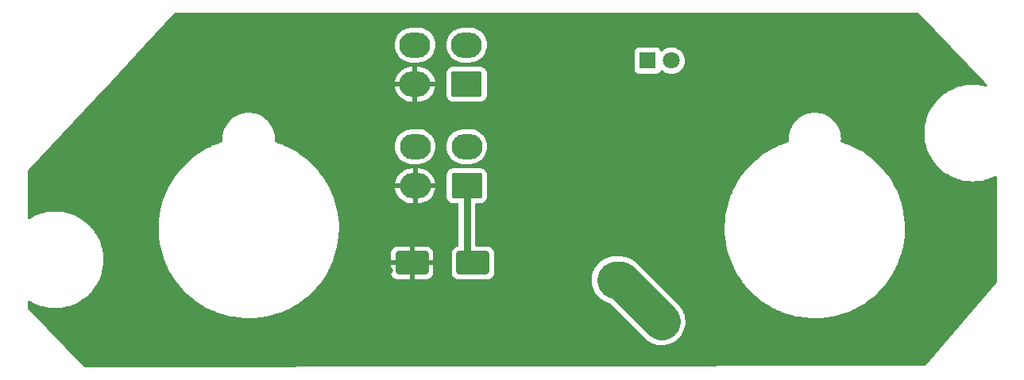
<source format=gbr>
%TF.GenerationSoftware,KiCad,Pcbnew,(6.0.9)*%
%TF.CreationDate,2022-12-26T18:29:37-09:00*%
%TF.ProjectId,PCB_ HYD ISO PANEL,5043422c-2048-4594-9420-49534f205041,rev?*%
%TF.SameCoordinates,Original*%
%TF.FileFunction,Copper,L2,Bot*%
%TF.FilePolarity,Positive*%
%FSLAX46Y46*%
G04 Gerber Fmt 4.6, Leading zero omitted, Abs format (unit mm)*
G04 Created by KiCad (PCBNEW (6.0.9)) date 2022-12-26 18:29:37*
%MOMM*%
%LPD*%
G01*
G04 APERTURE LIST*
G04 Aperture macros list*
%AMRoundRect*
0 Rectangle with rounded corners*
0 $1 Rounding radius*
0 $2 $3 $4 $5 $6 $7 $8 $9 X,Y pos of 4 corners*
0 Add a 4 corners polygon primitive as box body*
4,1,4,$2,$3,$4,$5,$6,$7,$8,$9,$2,$3,0*
0 Add four circle primitives for the rounded corners*
1,1,$1+$1,$2,$3*
1,1,$1+$1,$4,$5*
1,1,$1+$1,$6,$7*
1,1,$1+$1,$8,$9*
0 Add four rect primitives between the rounded corners*
20,1,$1+$1,$2,$3,$4,$5,0*
20,1,$1+$1,$4,$5,$6,$7,0*
20,1,$1+$1,$6,$7,$8,$9,0*
20,1,$1+$1,$8,$9,$2,$3,0*%
G04 Aperture macros list end*
%TA.AperFunction,ComponentPad*%
%ADD10RoundRect,0.250001X1.399999X-1.099999X1.399999X1.099999X-1.399999X1.099999X-1.399999X-1.099999X0*%
%TD*%
%TA.AperFunction,ComponentPad*%
%ADD11O,3.300000X2.700000*%
%TD*%
%TA.AperFunction,ComponentPad*%
%ADD12R,1.800000X1.800000*%
%TD*%
%TA.AperFunction,ComponentPad*%
%ADD13C,1.800000*%
%TD*%
%TA.AperFunction,SMDPad,CuDef*%
%ADD14RoundRect,0.250000X1.500000X1.000000X-1.500000X1.000000X-1.500000X-1.000000X1.500000X-1.000000X0*%
%TD*%
%TA.AperFunction,ViaPad*%
%ADD15C,0.800000*%
%TD*%
%TA.AperFunction,Conductor*%
%ADD16C,4.000000*%
%TD*%
%TA.AperFunction,Conductor*%
%ADD17C,0.750000*%
%TD*%
G04 APERTURE END LIST*
D10*
%TO.P,J2,1,Pin_1*%
%TO.N,/LED+5V*%
X114985800Y-79364840D03*
D11*
%TO.P,J2,2,Pin_2*%
X114985800Y-75164840D03*
%TO.P,J2,3,Pin_3*%
%TO.N,/LEDGND*%
X109485800Y-79364840D03*
%TO.P,J2,4,Pin_4*%
%TO.N,/DATAOUT*%
X109485800Y-75164840D03*
%TD*%
D10*
%TO.P,J1,1,Pin_1*%
%TO.N,/LED+5V*%
X114968920Y-68520420D03*
D11*
%TO.P,J1,2,Pin_2*%
X114968920Y-64320420D03*
%TO.P,J1,3,Pin_3*%
%TO.N,/LEDGND*%
X109468920Y-68520420D03*
%TO.P,J1,4,Pin_4*%
%TO.N,/DATAIN*%
X109468920Y-64320420D03*
%TD*%
D12*
%TO.P,D25,1,K*%
%TO.N,Net-(D25-Pad1)*%
X134260000Y-66000000D03*
D13*
%TO.P,D25,2,A*%
%TO.N,/LED+5V*%
X136800000Y-66000000D03*
%TD*%
D14*
%TO.P,C1,1*%
%TO.N,/LED+5V*%
X115642460Y-87591900D03*
%TO.P,C1,2*%
%TO.N,/LEDGND*%
X109142460Y-87591900D03*
%TD*%
D15*
%TO.N,/LEDGND*%
X130647440Y-64582040D03*
X166463980Y-83027520D03*
X161949612Y-74725388D03*
X96400620Y-69791580D03*
X106715560Y-88389460D03*
X165801440Y-90322000D03*
X126156720Y-96791780D03*
X83830160Y-91241880D03*
X126588520Y-67663060D03*
X142709900Y-71915020D03*
X161334546Y-94606206D03*
X89052400Y-97160080D03*
X155640859Y-97493001D03*
X144975580Y-92483940D03*
X101711760Y-75478640D03*
X123045220Y-88038940D03*
X81917540Y-76962611D03*
X156748480Y-69166740D03*
X106550660Y-81559200D03*
X123022360Y-78564740D03*
X142723340Y-78051660D03*
X100378460Y-96415660D03*
%TO.N,/LED+5V*%
X130810000Y-89408000D03*
X135255000Y-93345000D03*
X135763000Y-93853000D03*
X131826000Y-90424000D03*
X134747000Y-92837000D03*
X131318000Y-89916000D03*
%TD*%
D16*
%TO.N,/LED+5V*%
X130810000Y-89408000D02*
X131318000Y-89408000D01*
X131318000Y-89408000D02*
X135763000Y-93853000D01*
D17*
X114985800Y-86935240D02*
X115642460Y-87591900D01*
X114985800Y-79364840D02*
X114985800Y-86935240D01*
%TD*%
%TA.AperFunction,Conductor*%
%TO.N,/LEDGND*%
G36*
X163067969Y-60878902D02*
G01*
X163090954Y-60897862D01*
X170130190Y-68266420D01*
X170400068Y-68548924D01*
X170432660Y-68611997D01*
X170425979Y-68682679D01*
X170382144Y-68738527D01*
X170315074Y-68761812D01*
X170271073Y-68756129D01*
X170269619Y-68755671D01*
X170235462Y-68744901D01*
X169954798Y-68682679D01*
X169799058Y-68648152D01*
X169799055Y-68648151D01*
X169796360Y-68647554D01*
X169793630Y-68647195D01*
X169793621Y-68647193D01*
X169573402Y-68618201D01*
X169350444Y-68588848D01*
X169081653Y-68577113D01*
X169018061Y-68574336D01*
X169018056Y-68574336D01*
X169016684Y-68574276D01*
X168785534Y-68574276D01*
X168784162Y-68574336D01*
X168784157Y-68574336D01*
X168720565Y-68577113D01*
X168451774Y-68588848D01*
X168228816Y-68618201D01*
X168008597Y-68647193D01*
X168008588Y-68647195D01*
X168005858Y-68647554D01*
X168003163Y-68648151D01*
X168003160Y-68648152D01*
X167847420Y-68682679D01*
X167566756Y-68744901D01*
X167564139Y-68745726D01*
X167564132Y-68745728D01*
X167430164Y-68787968D01*
X167137808Y-68880147D01*
X166722281Y-69052265D01*
X166323336Y-69259942D01*
X166261379Y-69299413D01*
X165952029Y-69496491D01*
X165944009Y-69501600D01*
X165941841Y-69503264D01*
X165941829Y-69503272D01*
X165594580Y-69769727D01*
X165587188Y-69775399D01*
X165585160Y-69777257D01*
X165585152Y-69777264D01*
X165404110Y-69943158D01*
X165255587Y-70079254D01*
X165253736Y-70081274D01*
X164953597Y-70408819D01*
X164953590Y-70408827D01*
X164951732Y-70410855D01*
X164950050Y-70413047D01*
X164679605Y-70765496D01*
X164679597Y-70765508D01*
X164677933Y-70767676D01*
X164436275Y-71147003D01*
X164228598Y-71545948D01*
X164056480Y-71961475D01*
X163921234Y-72390423D01*
X163920639Y-72393107D01*
X163837128Y-72769801D01*
X163823887Y-72829525D01*
X163765181Y-73275441D01*
X163745563Y-73724776D01*
X163765181Y-74174111D01*
X163765542Y-74176850D01*
X163822470Y-74609261D01*
X163823887Y-74620027D01*
X163824484Y-74622722D01*
X163824485Y-74622725D01*
X163876783Y-74858623D01*
X163921234Y-75059129D01*
X163922059Y-75061746D01*
X163922061Y-75061753D01*
X163966454Y-75202548D01*
X164056480Y-75488077D01*
X164228598Y-75903604D01*
X164436275Y-76302549D01*
X164677933Y-76681876D01*
X164679597Y-76684044D01*
X164679605Y-76684056D01*
X164939888Y-77023262D01*
X164951732Y-77038697D01*
X164953590Y-77040725D01*
X164953597Y-77040733D01*
X165198413Y-77307903D01*
X165255587Y-77370298D01*
X165257607Y-77372149D01*
X165585152Y-77672288D01*
X165585160Y-77672295D01*
X165587188Y-77674153D01*
X165589380Y-77675835D01*
X165941829Y-77946280D01*
X165941841Y-77946288D01*
X165944009Y-77947952D01*
X166323336Y-78189610D01*
X166722281Y-78397287D01*
X167137808Y-78569405D01*
X167411171Y-78655596D01*
X167564132Y-78703824D01*
X167564139Y-78703826D01*
X167566756Y-78704651D01*
X167569441Y-78705246D01*
X167569440Y-78705246D01*
X168003160Y-78801400D01*
X168003163Y-78801401D01*
X168005858Y-78801998D01*
X168008588Y-78802357D01*
X168008597Y-78802359D01*
X168228816Y-78831351D01*
X168451774Y-78860704D01*
X168720565Y-78872439D01*
X168784157Y-78875216D01*
X168784162Y-78875216D01*
X168785534Y-78875276D01*
X169016684Y-78875276D01*
X169018056Y-78875216D01*
X169018061Y-78875216D01*
X169081653Y-78872439D01*
X169350444Y-78860704D01*
X169573402Y-78831351D01*
X169793621Y-78802359D01*
X169793630Y-78802357D01*
X169796360Y-78801998D01*
X169799055Y-78801401D01*
X169799058Y-78801400D01*
X170232778Y-78705246D01*
X170232777Y-78705246D01*
X170235462Y-78704651D01*
X170238079Y-78703826D01*
X170238086Y-78703824D01*
X170391047Y-78655596D01*
X170664410Y-78569405D01*
X171079937Y-78397287D01*
X171240723Y-78313587D01*
X171265320Y-78300783D01*
X171334980Y-78287070D01*
X171400995Y-78313195D01*
X171442406Y-78370864D01*
X171449500Y-78412546D01*
X171449500Y-89630652D01*
X171429498Y-89698773D01*
X171419205Y-89712607D01*
X163853278Y-98547941D01*
X163793777Y-98586673D01*
X163757783Y-98591986D01*
X74269856Y-98741050D01*
X74201702Y-98721161D01*
X74178834Y-98702396D01*
X68243964Y-92532015D01*
X68211158Y-92469052D01*
X68208776Y-92444533D01*
X68209425Y-91844083D01*
X68209539Y-91738360D01*
X68229615Y-91670261D01*
X68283321Y-91623826D01*
X68353605Y-91613798D01*
X68403238Y-91632229D01*
X68533336Y-91715110D01*
X68932281Y-91922787D01*
X69347808Y-92094905D01*
X69621171Y-92181096D01*
X69774132Y-92229324D01*
X69774139Y-92229326D01*
X69776756Y-92230151D01*
X69779441Y-92230746D01*
X69779440Y-92230746D01*
X70213160Y-92326900D01*
X70213163Y-92326901D01*
X70215858Y-92327498D01*
X70218588Y-92327857D01*
X70218597Y-92327859D01*
X70438816Y-92356851D01*
X70661774Y-92386204D01*
X70930565Y-92397939D01*
X70994157Y-92400716D01*
X70994162Y-92400716D01*
X70995534Y-92400776D01*
X71226684Y-92400776D01*
X71228056Y-92400716D01*
X71228061Y-92400716D01*
X71291653Y-92397939D01*
X71560444Y-92386204D01*
X71783402Y-92356851D01*
X72003621Y-92327859D01*
X72003630Y-92327857D01*
X72006360Y-92327498D01*
X72009055Y-92326901D01*
X72009058Y-92326900D01*
X72442778Y-92230746D01*
X72442777Y-92230746D01*
X72445462Y-92230151D01*
X72448079Y-92229326D01*
X72448086Y-92229324D01*
X72601047Y-92181096D01*
X72874410Y-92094905D01*
X73289937Y-91922787D01*
X73688882Y-91715110D01*
X74068209Y-91473452D01*
X74070377Y-91471788D01*
X74070389Y-91471780D01*
X74422838Y-91201335D01*
X74425030Y-91199653D01*
X74427058Y-91197795D01*
X74427066Y-91197788D01*
X74754611Y-90897649D01*
X74756631Y-90895798D01*
X74758482Y-90893778D01*
X75058621Y-90566233D01*
X75058628Y-90566225D01*
X75060486Y-90564197D01*
X75139174Y-90461649D01*
X75332613Y-90209556D01*
X75332621Y-90209544D01*
X75334285Y-90207376D01*
X75575943Y-89828049D01*
X75783620Y-89429104D01*
X75955738Y-89013577D01*
X76073815Y-88639083D01*
X76090157Y-88587253D01*
X76090159Y-88587246D01*
X76090984Y-88584629D01*
X76188331Y-88145527D01*
X76247037Y-87699611D01*
X76266655Y-87250276D01*
X76247037Y-86800941D01*
X76213311Y-86544766D01*
X76188692Y-86357764D01*
X76188690Y-86357755D01*
X76188331Y-86355025D01*
X76137367Y-86125140D01*
X76091579Y-85918607D01*
X76090984Y-85915923D01*
X76087252Y-85904084D01*
X76025237Y-85707400D01*
X75955738Y-85486975D01*
X75783620Y-85071448D01*
X75575943Y-84672503D01*
X75334285Y-84293176D01*
X75332621Y-84291008D01*
X75332613Y-84290996D01*
X75062168Y-83938547D01*
X75060486Y-83936355D01*
X75058628Y-83934327D01*
X75058621Y-83934319D01*
X74828892Y-83683613D01*
X82145179Y-83683613D01*
X82152214Y-84303764D01*
X82199255Y-84922168D01*
X82199539Y-84924173D01*
X82199539Y-84924177D01*
X82255683Y-85321143D01*
X82286105Y-85536247D01*
X82286519Y-85538237D01*
X82286521Y-85538249D01*
X82407017Y-86117552D01*
X82412402Y-86143442D01*
X82577619Y-86741221D01*
X82679214Y-87033785D01*
X82775520Y-87311116D01*
X82781068Y-87327093D01*
X83021900Y-87898614D01*
X83299112Y-88453402D01*
X83300127Y-88455142D01*
X83300130Y-88455148D01*
X83504125Y-88804944D01*
X83611548Y-88989145D01*
X83957905Y-89503609D01*
X84008935Y-89569753D01*
X84335502Y-89993044D01*
X84335514Y-89993058D01*
X84336741Y-89994649D01*
X84746474Y-90460219D01*
X85185397Y-90898377D01*
X85651682Y-91307297D01*
X86143382Y-91685274D01*
X86658450Y-92030733D01*
X86660188Y-92031743D01*
X86660200Y-92031750D01*
X87013120Y-92236742D01*
X87194737Y-92342234D01*
X87449652Y-92469052D01*
X87748182Y-92617569D01*
X87748193Y-92617574D01*
X87750008Y-92618477D01*
X88055773Y-92746695D01*
X88320055Y-92857518D01*
X88320061Y-92857520D01*
X88321949Y-92858312D01*
X88712651Y-92993223D01*
X88853194Y-93041753D01*
X88908174Y-93060738D01*
X88910124Y-93061273D01*
X88910136Y-93061277D01*
X89313830Y-93172093D01*
X89506241Y-93224911D01*
X89723123Y-93269628D01*
X90111650Y-93349735D01*
X90111662Y-93349737D01*
X90113655Y-93350148D01*
X90115669Y-93350429D01*
X90115679Y-93350431D01*
X90656323Y-93425932D01*
X90727886Y-93435926D01*
X91346371Y-93481887D01*
X91508154Y-93485276D01*
X91904551Y-93485276D01*
X91905528Y-93485244D01*
X91905556Y-93485244D01*
X92366443Y-93470357D01*
X92366453Y-93470356D01*
X92368476Y-93470291D01*
X92985760Y-93410310D01*
X92987747Y-93409986D01*
X92987750Y-93409986D01*
X93595873Y-93310947D01*
X93595878Y-93310946D01*
X93597886Y-93310619D01*
X93968812Y-93225325D01*
X94200308Y-93172093D01*
X94200315Y-93172091D01*
X94202303Y-93171634D01*
X94796491Y-92993934D01*
X95134760Y-92868469D01*
X95376081Y-92778962D01*
X95376088Y-92778959D01*
X95377973Y-92778260D01*
X95844048Y-92570263D01*
X95942459Y-92526345D01*
X95942465Y-92526342D01*
X95944325Y-92525512D01*
X95946130Y-92524562D01*
X95946141Y-92524557D01*
X96354886Y-92309505D01*
X96493186Y-92236742D01*
X96831866Y-92029605D01*
X97020532Y-91914217D01*
X97020538Y-91914213D01*
X97022268Y-91913155D01*
X97305638Y-91713629D01*
X97527717Y-91557260D01*
X97527729Y-91557251D01*
X97529365Y-91556099D01*
X98012364Y-91167063D01*
X98458018Y-90757981D01*
X98467739Y-90749058D01*
X98467740Y-90749057D01*
X98469251Y-90747670D01*
X98898121Y-90299666D01*
X99203420Y-89936469D01*
X99295886Y-89826468D01*
X99295892Y-89826461D01*
X99297186Y-89824921D01*
X99487863Y-89565821D01*
X128301500Y-89565821D01*
X128341060Y-89878975D01*
X128419557Y-90184702D01*
X128421010Y-90188371D01*
X128421010Y-90188372D01*
X128465075Y-90299666D01*
X128535753Y-90478179D01*
X128537659Y-90481647D01*
X128537660Y-90481648D01*
X128683095Y-90746191D01*
X128687816Y-90754779D01*
X128873346Y-91010140D01*
X129089418Y-91240233D01*
X129332625Y-91441432D01*
X129599131Y-91610562D01*
X129602710Y-91612246D01*
X129602717Y-91612250D01*
X129881144Y-91743267D01*
X129881148Y-91743269D01*
X129884734Y-91744956D01*
X129888506Y-91746182D01*
X129888507Y-91746182D01*
X130184928Y-91842495D01*
X130184412Y-91844083D01*
X130235882Y-91873437D01*
X134044969Y-95682524D01*
X134222482Y-95839023D01*
X134355483Y-95929410D01*
X134480263Y-96014210D01*
X134480268Y-96014213D01*
X134483545Y-96016440D01*
X134764784Y-96159739D01*
X134768508Y-96161080D01*
X134768511Y-96161081D01*
X135058045Y-96265320D01*
X135061767Y-96266660D01*
X135369808Y-96335515D01*
X135684051Y-96365219D01*
X135688003Y-96365095D01*
X135688009Y-96365095D01*
X135855727Y-96359824D01*
X135999537Y-96355305D01*
X136003444Y-96354686D01*
X136003446Y-96354686D01*
X136307388Y-96306546D01*
X136307393Y-96306545D01*
X136311294Y-96305927D01*
X136446453Y-96266660D01*
X136610605Y-96218970D01*
X136610609Y-96218968D01*
X136614404Y-96217866D01*
X136904087Y-96092510D01*
X137175774Y-95931834D01*
X137425181Y-95738373D01*
X137648373Y-95515181D01*
X137841834Y-95265774D01*
X138002510Y-94994087D01*
X138127866Y-94704404D01*
X138215927Y-94401294D01*
X138265305Y-94089537D01*
X138275219Y-93774051D01*
X138245515Y-93459808D01*
X138176660Y-93151767D01*
X138069739Y-92854784D01*
X137926440Y-92573545D01*
X137898217Y-92532015D01*
X137808986Y-92400716D01*
X137749023Y-92312482D01*
X137592524Y-92134969D01*
X133121071Y-87663517D01*
X133118316Y-87660675D01*
X133041293Y-87578654D01*
X133038582Y-87575767D01*
X132948847Y-87501532D01*
X132945850Y-87498972D01*
X132861495Y-87424601D01*
X132861489Y-87424596D01*
X132858518Y-87421977D01*
X132830746Y-87403103D01*
X132821259Y-87395980D01*
X132798435Y-87377099D01*
X132798427Y-87377093D01*
X132795375Y-87374568D01*
X132697053Y-87312171D01*
X132693753Y-87310003D01*
X132600737Y-87246789D01*
X132600732Y-87246786D01*
X132597455Y-87244559D01*
X132593929Y-87242763D01*
X132593925Y-87242760D01*
X132583032Y-87237210D01*
X132567531Y-87229312D01*
X132557226Y-87223434D01*
X132532213Y-87207560D01*
X132532211Y-87207559D01*
X132528869Y-87205438D01*
X132423515Y-87155863D01*
X132419969Y-87154126D01*
X132319734Y-87103053D01*
X132319727Y-87103050D01*
X132316216Y-87101261D01*
X132312501Y-87099924D01*
X132312493Y-87099920D01*
X132284621Y-87089885D01*
X132273657Y-87085344D01*
X132246848Y-87072729D01*
X132246841Y-87072726D01*
X132243266Y-87071044D01*
X132132507Y-87035056D01*
X132128845Y-87033803D01*
X132019233Y-86994340D01*
X131986456Y-86987014D01*
X131975007Y-86983881D01*
X131946843Y-86974730D01*
X131946839Y-86974729D01*
X131943072Y-86973505D01*
X131852532Y-86956234D01*
X131828688Y-86951685D01*
X131824864Y-86950894D01*
X131711192Y-86925485D01*
X131677762Y-86922325D01*
X131666010Y-86920652D01*
X131636918Y-86915102D01*
X131636909Y-86915101D01*
X131633020Y-86914359D01*
X131516807Y-86907048D01*
X131512915Y-86906743D01*
X131396949Y-86895780D01*
X131392998Y-86895904D01*
X131392992Y-86895904D01*
X131280555Y-86899438D01*
X131276597Y-86899500D01*
X130731162Y-86899500D01*
X130494980Y-86914359D01*
X130184928Y-86973505D01*
X129884734Y-87071044D01*
X129881148Y-87072731D01*
X129881144Y-87072733D01*
X129602717Y-87203750D01*
X129602710Y-87203754D01*
X129599131Y-87205438D01*
X129332625Y-87374568D01*
X129089418Y-87575767D01*
X128873346Y-87805860D01*
X128687816Y-88061221D01*
X128685909Y-88064690D01*
X128685907Y-88064693D01*
X128578245Y-88260529D01*
X128535753Y-88337821D01*
X128534300Y-88341490D01*
X128534298Y-88341495D01*
X128436996Y-88587253D01*
X128419557Y-88631298D01*
X128341060Y-88937025D01*
X128301500Y-89250179D01*
X128301500Y-89565821D01*
X99487863Y-89565821D01*
X99664784Y-89325412D01*
X99999380Y-88803223D01*
X100086648Y-88645462D01*
X100090225Y-88638995D01*
X106884461Y-88638995D01*
X106884798Y-88645514D01*
X106894717Y-88741106D01*
X106897609Y-88754500D01*
X106949048Y-88908684D01*
X106955221Y-88921862D01*
X107040523Y-89059707D01*
X107049559Y-89071108D01*
X107164289Y-89185639D01*
X107175700Y-89194651D01*
X107313703Y-89279716D01*
X107326884Y-89285863D01*
X107481170Y-89337038D01*
X107494546Y-89339905D01*
X107588898Y-89349572D01*
X107595314Y-89349900D01*
X108870345Y-89349900D01*
X108885584Y-89345425D01*
X108886789Y-89344035D01*
X108888460Y-89336352D01*
X108888460Y-89331784D01*
X109396460Y-89331784D01*
X109400935Y-89347023D01*
X109402325Y-89348228D01*
X109410008Y-89349899D01*
X110689555Y-89349899D01*
X110696074Y-89349562D01*
X110791666Y-89339643D01*
X110805060Y-89336751D01*
X110959244Y-89285312D01*
X110972422Y-89279139D01*
X111110267Y-89193837D01*
X111121668Y-89184801D01*
X111236199Y-89070071D01*
X111245211Y-89058660D01*
X111330276Y-88920657D01*
X111336423Y-88907476D01*
X111387598Y-88753190D01*
X111390465Y-88739814D01*
X111400132Y-88645462D01*
X111400460Y-88639046D01*
X111400460Y-87864015D01*
X111395985Y-87848776D01*
X111394595Y-87847571D01*
X111386912Y-87845900D01*
X109414575Y-87845900D01*
X109399336Y-87850375D01*
X109398131Y-87851765D01*
X109396460Y-87859448D01*
X109396460Y-89331784D01*
X108888460Y-89331784D01*
X108888460Y-87864015D01*
X108883985Y-87848776D01*
X108882595Y-87847571D01*
X108874912Y-87845900D01*
X106902576Y-87845900D01*
X106887337Y-87850375D01*
X106886132Y-87851765D01*
X106884461Y-87859448D01*
X106884461Y-88638995D01*
X100090225Y-88638995D01*
X100298595Y-88262312D01*
X100298599Y-88262305D01*
X100299581Y-88260529D01*
X100353820Y-88145527D01*
X100563260Y-87701451D01*
X100563264Y-87701442D01*
X100564135Y-87699595D01*
X100672735Y-87424601D01*
X100714129Y-87319785D01*
X106884460Y-87319785D01*
X106888935Y-87335024D01*
X106890325Y-87336229D01*
X106898008Y-87337900D01*
X108870345Y-87337900D01*
X108885584Y-87333425D01*
X108886789Y-87332035D01*
X108888460Y-87324352D01*
X108888460Y-87319785D01*
X109396460Y-87319785D01*
X109400935Y-87335024D01*
X109402325Y-87336229D01*
X109410008Y-87337900D01*
X111382344Y-87337900D01*
X111397583Y-87333425D01*
X111398788Y-87332035D01*
X111400459Y-87324352D01*
X111400459Y-86544805D01*
X111400122Y-86538286D01*
X111390203Y-86442694D01*
X111387311Y-86429300D01*
X111335872Y-86275116D01*
X111329699Y-86261938D01*
X111244397Y-86124093D01*
X111235361Y-86112692D01*
X111120631Y-85998161D01*
X111109220Y-85989149D01*
X110971217Y-85904084D01*
X110958036Y-85897937D01*
X110803750Y-85846762D01*
X110790374Y-85843895D01*
X110696022Y-85834228D01*
X110689605Y-85833900D01*
X109414575Y-85833900D01*
X109399336Y-85838375D01*
X109398131Y-85839765D01*
X109396460Y-85847448D01*
X109396460Y-87319785D01*
X108888460Y-87319785D01*
X108888460Y-85852016D01*
X108883985Y-85836777D01*
X108882595Y-85835572D01*
X108874912Y-85833901D01*
X107595365Y-85833901D01*
X107588846Y-85834238D01*
X107493254Y-85844157D01*
X107479860Y-85847049D01*
X107325676Y-85898488D01*
X107312498Y-85904661D01*
X107174653Y-85989963D01*
X107163252Y-85998999D01*
X107048721Y-86113729D01*
X107039709Y-86125140D01*
X106954644Y-86263143D01*
X106948497Y-86276324D01*
X106897322Y-86430610D01*
X106894455Y-86443986D01*
X106884788Y-86538338D01*
X106884460Y-86544755D01*
X106884460Y-87319785D01*
X100714129Y-87319785D01*
X100791190Y-87124654D01*
X100791192Y-87124650D01*
X100791939Y-87122757D01*
X100914185Y-86743146D01*
X100981427Y-86534338D01*
X100981430Y-86534329D01*
X100982044Y-86532421D01*
X101004340Y-86443986D01*
X101080109Y-86143442D01*
X101133656Y-85931047D01*
X101246145Y-85321143D01*
X101319041Y-84705251D01*
X101320656Y-84674951D01*
X101351932Y-84087944D01*
X101352039Y-84085939D01*
X101345004Y-83465788D01*
X101297963Y-82847384D01*
X101289412Y-82786923D01*
X101211401Y-82235340D01*
X101211400Y-82235334D01*
X101211113Y-82233305D01*
X101198706Y-82173652D01*
X101085230Y-81628099D01*
X101085228Y-81628091D01*
X101084816Y-81626110D01*
X100973313Y-81222675D01*
X100920143Y-81030298D01*
X100920140Y-81030288D01*
X100919599Y-81028331D01*
X100758222Y-80563614D01*
X100716814Y-80444370D01*
X100716810Y-80444359D01*
X100716150Y-80442459D01*
X100475318Y-79870938D01*
X100357602Y-79635352D01*
X107345086Y-79635352D01*
X107348485Y-79670973D01*
X107350005Y-79679965D01*
X107411922Y-79932998D01*
X107414722Y-79941667D01*
X107512522Y-80183122D01*
X107516544Y-80191295D01*
X107648168Y-80416093D01*
X107653331Y-80423605D01*
X107816031Y-80627053D01*
X107822220Y-80633736D01*
X108012594Y-80811573D01*
X108019671Y-80817283D01*
X108233718Y-80965774D01*
X108241559Y-80970411D01*
X108474797Y-81086444D01*
X108483222Y-81089900D01*
X108730774Y-81171052D01*
X108739599Y-81173252D01*
X108996989Y-81217943D01*
X109004607Y-81218790D01*
X109084392Y-81222762D01*
X109087533Y-81222840D01*
X109213685Y-81222840D01*
X109228924Y-81218365D01*
X109230129Y-81216975D01*
X109231800Y-81209292D01*
X109231800Y-81204725D01*
X109739800Y-81204725D01*
X109744275Y-81219964D01*
X109745665Y-81221169D01*
X109753348Y-81222840D01*
X109852006Y-81222840D01*
X109856577Y-81222675D01*
X110050180Y-81208627D01*
X110059189Y-81207313D01*
X110313569Y-81151151D01*
X110322299Y-81148548D01*
X110565907Y-81056254D01*
X110574168Y-81052419D01*
X110801901Y-80925925D01*
X110809526Y-80920935D01*
X111016609Y-80762894D01*
X111023436Y-80756854D01*
X111205535Y-80570576D01*
X111211418Y-80563614D01*
X111246628Y-80515240D01*
X112827300Y-80515240D01*
X112827637Y-80518486D01*
X112827637Y-80518490D01*
X112833042Y-80570576D01*
X112838274Y-80621005D01*
X112894250Y-80788785D01*
X112987322Y-80939188D01*
X113112497Y-81064145D01*
X113118727Y-81067985D01*
X113118728Y-81067986D01*
X113255890Y-81152534D01*
X113263062Y-81156955D01*
X113312196Y-81173252D01*
X113424411Y-81210472D01*
X113424413Y-81210472D01*
X113430939Y-81212637D01*
X113437775Y-81213337D01*
X113437778Y-81213338D01*
X113480831Y-81217749D01*
X113535400Y-81223340D01*
X113976300Y-81223340D01*
X114044421Y-81243342D01*
X114090914Y-81296998D01*
X114102300Y-81349340D01*
X114102300Y-85718735D01*
X114082298Y-85786856D01*
X114028642Y-85833349D01*
X113999677Y-85841236D01*
X113999887Y-85842208D01*
X113993151Y-85843663D01*
X113986294Y-85844374D01*
X113979758Y-85846555D01*
X113979756Y-85846555D01*
X113963388Y-85852016D01*
X113818514Y-85900350D01*
X113668112Y-85993422D01*
X113543155Y-86118597D01*
X113450345Y-86269162D01*
X113394663Y-86437039D01*
X113383960Y-86541500D01*
X113383960Y-88642300D01*
X113384297Y-88645546D01*
X113384297Y-88645550D01*
X113394212Y-88741106D01*
X113394934Y-88748066D01*
X113450910Y-88915846D01*
X113543982Y-89066248D01*
X113669157Y-89191205D01*
X113675387Y-89195045D01*
X113675388Y-89195046D01*
X113812748Y-89279716D01*
X113819722Y-89284015D01*
X113899465Y-89310464D01*
X113981071Y-89337532D01*
X113981073Y-89337532D01*
X113987599Y-89339697D01*
X113994435Y-89340397D01*
X113994438Y-89340398D01*
X114037491Y-89344809D01*
X114092060Y-89350400D01*
X117192860Y-89350400D01*
X117196106Y-89350063D01*
X117196110Y-89350063D01*
X117291768Y-89340138D01*
X117291772Y-89340137D01*
X117298626Y-89339426D01*
X117305162Y-89337245D01*
X117305164Y-89337245D01*
X117437266Y-89293172D01*
X117466406Y-89283450D01*
X117616808Y-89190378D01*
X117741765Y-89065203D01*
X117818349Y-88940961D01*
X117830735Y-88920868D01*
X117830736Y-88920866D01*
X117834575Y-88914638D01*
X117870959Y-88804944D01*
X117888092Y-88753289D01*
X117888092Y-88753287D01*
X117890257Y-88746761D01*
X117900960Y-88642300D01*
X117900960Y-86541500D01*
X117899815Y-86530463D01*
X117890698Y-86442592D01*
X117890697Y-86442588D01*
X117889986Y-86435734D01*
X117834010Y-86267954D01*
X117740938Y-86117552D01*
X117615763Y-85992595D01*
X117487122Y-85913299D01*
X117471428Y-85903625D01*
X117471426Y-85903624D01*
X117465198Y-85899785D01*
X117385455Y-85873336D01*
X117303849Y-85846268D01*
X117303847Y-85846268D01*
X117297321Y-85844103D01*
X117290485Y-85843403D01*
X117290482Y-85843402D01*
X117247429Y-85838991D01*
X117192860Y-85833400D01*
X115995300Y-85833400D01*
X115927179Y-85813398D01*
X115880686Y-85759742D01*
X115869300Y-85707400D01*
X115869300Y-83683613D01*
X142470179Y-83683613D01*
X142477214Y-84303764D01*
X142524255Y-84922168D01*
X142524539Y-84924173D01*
X142524539Y-84924177D01*
X142580683Y-85321143D01*
X142611105Y-85536247D01*
X142611519Y-85538237D01*
X142611521Y-85538249D01*
X142732017Y-86117552D01*
X142737402Y-86143442D01*
X142902619Y-86741221D01*
X143004214Y-87033785D01*
X143100520Y-87311116D01*
X143106068Y-87327093D01*
X143346900Y-87898614D01*
X143624112Y-88453402D01*
X143625127Y-88455142D01*
X143625130Y-88455148D01*
X143829125Y-88804944D01*
X143936548Y-88989145D01*
X144282905Y-89503609D01*
X144333935Y-89569753D01*
X144660502Y-89993044D01*
X144660514Y-89993058D01*
X144661741Y-89994649D01*
X145071474Y-90460219D01*
X145510397Y-90898377D01*
X145976682Y-91307297D01*
X146468382Y-91685274D01*
X146983450Y-92030733D01*
X146985188Y-92031743D01*
X146985200Y-92031750D01*
X147338120Y-92236742D01*
X147519737Y-92342234D01*
X147774652Y-92469052D01*
X148073182Y-92617569D01*
X148073193Y-92617574D01*
X148075008Y-92618477D01*
X148380773Y-92746695D01*
X148645055Y-92857518D01*
X148645061Y-92857520D01*
X148646949Y-92858312D01*
X149037651Y-92993223D01*
X149178194Y-93041753D01*
X149233174Y-93060738D01*
X149235124Y-93061273D01*
X149235136Y-93061277D01*
X149638830Y-93172093D01*
X149831241Y-93224911D01*
X150048123Y-93269628D01*
X150436650Y-93349735D01*
X150436662Y-93349737D01*
X150438655Y-93350148D01*
X150440669Y-93350429D01*
X150440679Y-93350431D01*
X150981323Y-93425932D01*
X151052886Y-93435926D01*
X151671371Y-93481887D01*
X151833154Y-93485276D01*
X152229551Y-93485276D01*
X152230528Y-93485244D01*
X152230556Y-93485244D01*
X152691443Y-93470357D01*
X152691453Y-93470356D01*
X152693476Y-93470291D01*
X153310760Y-93410310D01*
X153312747Y-93409986D01*
X153312750Y-93409986D01*
X153920873Y-93310947D01*
X153920878Y-93310946D01*
X153922886Y-93310619D01*
X154293812Y-93225325D01*
X154525308Y-93172093D01*
X154525315Y-93172091D01*
X154527303Y-93171634D01*
X155121491Y-92993934D01*
X155459760Y-92868469D01*
X155701081Y-92778962D01*
X155701088Y-92778959D01*
X155702973Y-92778260D01*
X156169048Y-92570263D01*
X156267459Y-92526345D01*
X156267465Y-92526342D01*
X156269325Y-92525512D01*
X156271130Y-92524562D01*
X156271141Y-92524557D01*
X156679886Y-92309505D01*
X156818186Y-92236742D01*
X157156866Y-92029605D01*
X157345532Y-91914217D01*
X157345538Y-91914213D01*
X157347268Y-91913155D01*
X157630638Y-91713629D01*
X157852717Y-91557260D01*
X157852729Y-91557251D01*
X157854365Y-91556099D01*
X158337364Y-91167063D01*
X158783018Y-90757981D01*
X158792739Y-90749058D01*
X158792740Y-90749057D01*
X158794251Y-90747670D01*
X159223121Y-90299666D01*
X159528420Y-89936469D01*
X159620886Y-89826468D01*
X159620892Y-89826461D01*
X159622186Y-89824921D01*
X159989784Y-89325412D01*
X160324380Y-88803223D01*
X160411648Y-88645462D01*
X160623595Y-88262312D01*
X160623599Y-88262305D01*
X160624581Y-88260529D01*
X160678820Y-88145527D01*
X160888260Y-87701451D01*
X160888264Y-87701442D01*
X160889135Y-87699595D01*
X160997735Y-87424601D01*
X161116190Y-87124654D01*
X161116192Y-87124650D01*
X161116939Y-87122757D01*
X161239185Y-86743146D01*
X161306427Y-86534338D01*
X161306430Y-86534329D01*
X161307044Y-86532421D01*
X161329340Y-86443986D01*
X161405109Y-86143442D01*
X161458656Y-85931047D01*
X161571145Y-85321143D01*
X161644041Y-84705251D01*
X161645656Y-84674951D01*
X161676932Y-84087944D01*
X161677039Y-84085939D01*
X161670004Y-83465788D01*
X161622963Y-82847384D01*
X161614412Y-82786923D01*
X161536401Y-82235340D01*
X161536400Y-82235334D01*
X161536113Y-82233305D01*
X161523706Y-82173652D01*
X161410230Y-81628099D01*
X161410228Y-81628091D01*
X161409816Y-81626110D01*
X161298313Y-81222675D01*
X161245143Y-81030298D01*
X161245140Y-81030288D01*
X161244599Y-81028331D01*
X161083222Y-80563614D01*
X161041814Y-80444370D01*
X161041810Y-80444359D01*
X161041150Y-80442459D01*
X160800318Y-79870938D01*
X160523106Y-79316150D01*
X160399953Y-79104975D01*
X160211687Y-78782151D01*
X160210670Y-78780407D01*
X159864313Y-78265943D01*
X159617694Y-77946280D01*
X159486716Y-77776508D01*
X159486704Y-77776494D01*
X159485477Y-77774903D01*
X159075744Y-77309333D01*
X158636821Y-76871175D01*
X158170536Y-76462255D01*
X157678836Y-76084278D01*
X157163768Y-75738819D01*
X157162030Y-75737809D01*
X157162018Y-75737802D01*
X156629235Y-75428337D01*
X156627481Y-75427318D01*
X156260997Y-75244995D01*
X156074036Y-75151983D01*
X156074025Y-75151978D01*
X156072210Y-75151075D01*
X155574329Y-74942296D01*
X155502163Y-74912034D01*
X155502157Y-74912032D01*
X155500269Y-74911240D01*
X155226589Y-74816737D01*
X154935704Y-74716293D01*
X154877843Y-74675153D01*
X154851409Y-74609261D01*
X154851100Y-74588953D01*
X154864916Y-74378176D01*
X154865164Y-74374393D01*
X154846701Y-74038918D01*
X154832499Y-73958780D01*
X154798897Y-73769183D01*
X154788070Y-73708092D01*
X154786968Y-73704476D01*
X154786966Y-73704468D01*
X154691224Y-73390329D01*
X154691221Y-73390322D01*
X154690119Y-73386705D01*
X154554267Y-73079413D01*
X154552331Y-73076159D01*
X154552328Y-73076153D01*
X154384420Y-72793927D01*
X154384419Y-72793926D01*
X154382481Y-72790668D01*
X154366383Y-72769801D01*
X154179573Y-72527662D01*
X154177251Y-72524652D01*
X154174592Y-72521951D01*
X154174586Y-72521944D01*
X153944215Y-72287926D01*
X153944213Y-72287924D01*
X153941549Y-72285218D01*
X153678790Y-72075835D01*
X153392778Y-71899535D01*
X153087659Y-71758873D01*
X153084059Y-71757714D01*
X153084052Y-71757711D01*
X152771459Y-71657048D01*
X152771456Y-71657047D01*
X152767850Y-71655886D01*
X152764134Y-71655167D01*
X152764126Y-71655165D01*
X152441703Y-71592784D01*
X152441697Y-71592783D01*
X152437985Y-71592065D01*
X152434209Y-71591798D01*
X152434204Y-71591797D01*
X152333297Y-71584653D01*
X152172613Y-71573276D01*
X151989131Y-71573276D01*
X151987264Y-71573389D01*
X151987249Y-71573389D01*
X151742014Y-71588174D01*
X151742010Y-71588174D01*
X151738236Y-71588402D01*
X151734518Y-71589081D01*
X151734510Y-71589082D01*
X151512800Y-71629573D01*
X151407721Y-71648764D01*
X151086851Y-71748397D01*
X150780275Y-71885856D01*
X150492433Y-72059151D01*
X150489449Y-72061478D01*
X150489442Y-72061483D01*
X150468007Y-72078200D01*
X150227495Y-72265771D01*
X149989299Y-72502724D01*
X149781295Y-72766576D01*
X149779332Y-72769797D01*
X149779330Y-72769801D01*
X149742946Y-72829525D01*
X149606495Y-73053506D01*
X149604929Y-73056950D01*
X149604927Y-73056954D01*
X149469001Y-73355907D01*
X149468998Y-73355914D01*
X149467432Y-73359359D01*
X149366121Y-73679702D01*
X149304029Y-74009897D01*
X149282054Y-74345159D01*
X149282262Y-74348939D01*
X149282262Y-74348940D01*
X149295752Y-74594051D01*
X149279523Y-74663168D01*
X149228504Y-74712539D01*
X149206045Y-74721691D01*
X149025727Y-74775618D01*
X148814209Y-74854071D01*
X148446137Y-74990590D01*
X148446130Y-74990593D01*
X148444245Y-74991292D01*
X148286358Y-75061753D01*
X147879759Y-75243207D01*
X147879753Y-75243210D01*
X147877893Y-75244040D01*
X147876088Y-75244990D01*
X147876077Y-75244995D01*
X147588282Y-75396412D01*
X147329032Y-75532810D01*
X146799950Y-75856397D01*
X146619659Y-75983343D01*
X146294501Y-76212292D01*
X146294489Y-76212301D01*
X146292853Y-76213453D01*
X145809854Y-76602489D01*
X145352967Y-77021882D01*
X144924097Y-77469886D01*
X144839125Y-77570972D01*
X144527158Y-77942102D01*
X144525032Y-77944631D01*
X144523838Y-77946253D01*
X144523836Y-77946256D01*
X144508728Y-77966786D01*
X144157434Y-78444140D01*
X143822838Y-78966329D01*
X143522637Y-79509023D01*
X143521771Y-79510859D01*
X143521768Y-79510865D01*
X143318589Y-79941667D01*
X143258083Y-80069957D01*
X143257328Y-80071869D01*
X143080970Y-80518438D01*
X143030279Y-80646795D01*
X143029657Y-80648727D01*
X142844721Y-81223012D01*
X142840174Y-81237131D01*
X142688562Y-81838505D01*
X142576073Y-82448409D01*
X142575836Y-82450410D01*
X142575836Y-82450411D01*
X142507755Y-83025625D01*
X142503177Y-83064301D01*
X142470179Y-83683613D01*
X115869300Y-83683613D01*
X115869300Y-81349340D01*
X115889302Y-81281219D01*
X115942958Y-81234726D01*
X115995300Y-81223340D01*
X116436200Y-81223340D01*
X116439446Y-81223003D01*
X116439450Y-81223003D01*
X116535107Y-81213078D01*
X116535111Y-81213077D01*
X116541965Y-81212366D01*
X116548501Y-81210185D01*
X116548503Y-81210185D01*
X116680605Y-81166112D01*
X116709745Y-81156390D01*
X116860148Y-81063318D01*
X116893111Y-81030298D01*
X116979934Y-80943323D01*
X116985105Y-80938143D01*
X116995712Y-80920935D01*
X117074075Y-80793808D01*
X117074076Y-80793806D01*
X117077915Y-80787578D01*
X117123970Y-80648727D01*
X117131432Y-80626229D01*
X117131432Y-80626227D01*
X117133597Y-80619701D01*
X117144300Y-80515240D01*
X117144300Y-78214440D01*
X117139281Y-78166066D01*
X117134038Y-78115533D01*
X117134037Y-78115529D01*
X117133326Y-78108675D01*
X117077350Y-77940895D01*
X116984278Y-77790492D01*
X116859103Y-77665535D01*
X116852872Y-77661694D01*
X116714768Y-77576565D01*
X116714766Y-77576564D01*
X116708538Y-77572725D01*
X116628795Y-77546276D01*
X116547189Y-77519208D01*
X116547187Y-77519208D01*
X116540661Y-77517043D01*
X116533825Y-77516343D01*
X116533822Y-77516342D01*
X116490769Y-77511931D01*
X116436200Y-77506340D01*
X113535400Y-77506340D01*
X113532154Y-77506677D01*
X113532150Y-77506677D01*
X113436493Y-77516602D01*
X113436489Y-77516603D01*
X113429635Y-77517314D01*
X113423099Y-77519495D01*
X113423097Y-77519495D01*
X113414489Y-77522367D01*
X113261855Y-77573290D01*
X113111452Y-77666362D01*
X112986495Y-77791537D01*
X112982655Y-77797767D01*
X112982654Y-77797768D01*
X112911996Y-77912397D01*
X112893685Y-77942102D01*
X112885498Y-77966786D01*
X112840442Y-78102627D01*
X112838003Y-78109979D01*
X112827300Y-78214440D01*
X112827300Y-80515240D01*
X111246628Y-80515240D01*
X111364722Y-80352997D01*
X111369533Y-80345267D01*
X111490831Y-80114718D01*
X111494478Y-80106368D01*
X111581219Y-79860741D01*
X111583625Y-79851946D01*
X111626067Y-79636615D01*
X111624888Y-79623703D01*
X111609785Y-79618840D01*
X109757915Y-79618840D01*
X109742676Y-79623315D01*
X109741471Y-79624705D01*
X109739800Y-79632388D01*
X109739800Y-81204725D01*
X109231800Y-81204725D01*
X109231800Y-79636955D01*
X109227325Y-79621716D01*
X109225935Y-79620511D01*
X109218252Y-79618840D01*
X107361626Y-79618840D01*
X107347149Y-79623091D01*
X107345086Y-79635352D01*
X100357602Y-79635352D01*
X100198106Y-79316150D01*
X100074953Y-79104975D01*
X100068007Y-79093065D01*
X107345533Y-79093065D01*
X107346712Y-79105977D01*
X107361815Y-79110840D01*
X109213685Y-79110840D01*
X109228924Y-79106365D01*
X109230129Y-79104975D01*
X109231800Y-79097292D01*
X109231800Y-79092725D01*
X109739800Y-79092725D01*
X109744275Y-79107964D01*
X109745665Y-79109169D01*
X109753348Y-79110840D01*
X111609974Y-79110840D01*
X111624451Y-79106589D01*
X111626514Y-79094328D01*
X111623115Y-79058707D01*
X111621595Y-79049715D01*
X111559678Y-78796682D01*
X111556878Y-78788013D01*
X111459078Y-78546558D01*
X111455056Y-78538385D01*
X111323432Y-78313587D01*
X111318269Y-78306075D01*
X111155569Y-78102627D01*
X111149380Y-78095944D01*
X110959006Y-77918107D01*
X110951929Y-77912397D01*
X110737882Y-77763906D01*
X110730041Y-77759269D01*
X110496803Y-77643236D01*
X110488378Y-77639780D01*
X110240826Y-77558628D01*
X110232001Y-77556428D01*
X109974611Y-77511737D01*
X109966993Y-77510890D01*
X109887208Y-77506918D01*
X109884067Y-77506840D01*
X109757915Y-77506840D01*
X109742676Y-77511315D01*
X109741471Y-77512705D01*
X109739800Y-77520388D01*
X109739800Y-79092725D01*
X109231800Y-79092725D01*
X109231800Y-77524955D01*
X109227325Y-77509716D01*
X109225935Y-77508511D01*
X109218252Y-77506840D01*
X109119594Y-77506840D01*
X109115023Y-77507005D01*
X108921420Y-77521053D01*
X108912411Y-77522367D01*
X108658031Y-77578529D01*
X108649301Y-77581132D01*
X108405693Y-77673426D01*
X108397432Y-77677261D01*
X108169699Y-77803755D01*
X108162074Y-77808745D01*
X107954991Y-77966786D01*
X107948164Y-77972826D01*
X107766065Y-78159104D01*
X107760182Y-78166066D01*
X107606878Y-78376683D01*
X107602067Y-78384413D01*
X107480769Y-78614962D01*
X107477122Y-78623312D01*
X107390381Y-78868939D01*
X107387975Y-78877734D01*
X107345533Y-79093065D01*
X100068007Y-79093065D01*
X99886687Y-78782151D01*
X99885670Y-78780407D01*
X99539313Y-78265943D01*
X99292694Y-77946280D01*
X99161716Y-77776508D01*
X99161704Y-77776494D01*
X99160477Y-77774903D01*
X98750744Y-77309333D01*
X98311821Y-76871175D01*
X97845536Y-76462255D01*
X97353836Y-76084278D01*
X96838768Y-75738819D01*
X96837030Y-75737809D01*
X96837018Y-75737802D01*
X96304235Y-75428337D01*
X96302481Y-75427318D01*
X95935997Y-75244995D01*
X95859859Y-75207117D01*
X107322809Y-75207117D01*
X107348425Y-75475609D01*
X107349510Y-75480043D01*
X107349511Y-75480049D01*
X107411445Y-75733152D01*
X107412531Y-75737590D01*
X107513785Y-75987573D01*
X107650065Y-76220322D01*
X107652918Y-76223889D01*
X107770486Y-76370900D01*
X107818516Y-76430959D01*
X108015609Y-76615074D01*
X108237216Y-76768808D01*
X108241299Y-76770839D01*
X108241302Y-76770841D01*
X108356813Y-76828306D01*
X108478694Y-76888941D01*
X108483028Y-76890362D01*
X108483031Y-76890363D01*
X108730653Y-76971538D01*
X108730659Y-76971539D01*
X108734986Y-76972958D01*
X108739477Y-76973738D01*
X108739478Y-76973738D01*
X108996940Y-77018441D01*
X108996948Y-77018442D01*
X109000721Y-77019097D01*
X109004558Y-77019288D01*
X109084378Y-77023262D01*
X109084386Y-77023262D01*
X109085949Y-77023340D01*
X109854312Y-77023340D01*
X109856580Y-77023175D01*
X109856592Y-77023175D01*
X109987684Y-77013663D01*
X110054804Y-77008793D01*
X110059259Y-77007809D01*
X110059262Y-77007809D01*
X110313712Y-76951631D01*
X110313716Y-76951630D01*
X110318172Y-76950646D01*
X110444280Y-76902868D01*
X110566118Y-76856708D01*
X110566121Y-76856707D01*
X110570388Y-76855090D01*
X110806168Y-76724126D01*
X110965550Y-76602489D01*
X111016941Y-76563269D01*
X111016942Y-76563268D01*
X111020573Y-76560497D01*
X111209112Y-76367632D01*
X111367834Y-76149570D01*
X111450990Y-75991516D01*
X111491290Y-75914919D01*
X111491293Y-75914913D01*
X111493415Y-75910879D01*
X111495121Y-75906050D01*
X111581702Y-75660873D01*
X111581702Y-75660872D01*
X111583225Y-75656560D01*
X111619787Y-75471057D01*
X111634500Y-75396412D01*
X111634501Y-75396406D01*
X111635381Y-75391940D01*
X111644582Y-75207117D01*
X112822809Y-75207117D01*
X112848425Y-75475609D01*
X112849510Y-75480043D01*
X112849511Y-75480049D01*
X112911445Y-75733152D01*
X112912531Y-75737590D01*
X113013785Y-75987573D01*
X113150065Y-76220322D01*
X113152918Y-76223889D01*
X113270486Y-76370900D01*
X113318516Y-76430959D01*
X113515609Y-76615074D01*
X113737216Y-76768808D01*
X113741299Y-76770839D01*
X113741302Y-76770841D01*
X113856813Y-76828306D01*
X113978694Y-76888941D01*
X113983028Y-76890362D01*
X113983031Y-76890363D01*
X114230653Y-76971538D01*
X114230659Y-76971539D01*
X114234986Y-76972958D01*
X114239477Y-76973738D01*
X114239478Y-76973738D01*
X114496940Y-77018441D01*
X114496948Y-77018442D01*
X114500721Y-77019097D01*
X114504558Y-77019288D01*
X114584378Y-77023262D01*
X114584386Y-77023262D01*
X114585949Y-77023340D01*
X115354312Y-77023340D01*
X115356580Y-77023175D01*
X115356592Y-77023175D01*
X115487684Y-77013663D01*
X115554804Y-77008793D01*
X115559259Y-77007809D01*
X115559262Y-77007809D01*
X115813712Y-76951631D01*
X115813716Y-76951630D01*
X115818172Y-76950646D01*
X115944280Y-76902868D01*
X116066118Y-76856708D01*
X116066121Y-76856707D01*
X116070388Y-76855090D01*
X116306168Y-76724126D01*
X116465550Y-76602489D01*
X116516941Y-76563269D01*
X116516942Y-76563268D01*
X116520573Y-76560497D01*
X116709112Y-76367632D01*
X116867834Y-76149570D01*
X116950990Y-75991516D01*
X116991290Y-75914919D01*
X116991293Y-75914913D01*
X116993415Y-75910879D01*
X116995121Y-75906050D01*
X117081702Y-75660873D01*
X117081702Y-75660872D01*
X117083225Y-75656560D01*
X117119787Y-75471057D01*
X117134500Y-75396412D01*
X117134501Y-75396406D01*
X117135381Y-75391940D01*
X117144582Y-75207117D01*
X117148564Y-75127132D01*
X117148564Y-75127126D01*
X117148791Y-75122563D01*
X117123175Y-74854071D01*
X117080736Y-74680634D01*
X117060155Y-74596528D01*
X117059069Y-74592090D01*
X116957815Y-74342107D01*
X116821535Y-74109358D01*
X116703728Y-73962048D01*
X116655936Y-73902287D01*
X116655935Y-73902285D01*
X116653084Y-73898721D01*
X116455991Y-73714606D01*
X116234384Y-73560872D01*
X116230301Y-73558841D01*
X116230298Y-73558839D01*
X116065406Y-73476807D01*
X115992906Y-73440739D01*
X115988572Y-73439318D01*
X115988569Y-73439317D01*
X115740947Y-73358142D01*
X115740941Y-73358141D01*
X115736614Y-73356722D01*
X115731920Y-73355907D01*
X115474660Y-73311239D01*
X115474652Y-73311238D01*
X115470879Y-73310583D01*
X115459617Y-73310022D01*
X115387222Y-73306418D01*
X115387214Y-73306418D01*
X115385651Y-73306340D01*
X114617288Y-73306340D01*
X114615020Y-73306505D01*
X114615008Y-73306505D01*
X114483916Y-73316017D01*
X114416796Y-73320887D01*
X114412341Y-73321871D01*
X114412338Y-73321871D01*
X114157888Y-73378049D01*
X114157884Y-73378050D01*
X114153428Y-73379034D01*
X114027320Y-73426812D01*
X113905482Y-73472972D01*
X113905479Y-73472973D01*
X113901212Y-73474590D01*
X113665432Y-73605554D01*
X113451027Y-73769183D01*
X113262488Y-73962048D01*
X113103766Y-74180110D01*
X113101644Y-74184144D01*
X112980310Y-74414761D01*
X112980307Y-74414767D01*
X112978185Y-74418801D01*
X112976665Y-74423106D01*
X112976663Y-74423110D01*
X112910926Y-74609261D01*
X112888375Y-74673120D01*
X112881340Y-74708814D01*
X112841286Y-74912034D01*
X112836219Y-74937740D01*
X112835992Y-74942293D01*
X112835992Y-74942296D01*
X112825554Y-75151983D01*
X112822809Y-75207117D01*
X111644582Y-75207117D01*
X111648564Y-75127132D01*
X111648564Y-75127126D01*
X111648791Y-75122563D01*
X111623175Y-74854071D01*
X111580736Y-74680634D01*
X111560155Y-74596528D01*
X111559069Y-74592090D01*
X111457815Y-74342107D01*
X111321535Y-74109358D01*
X111203728Y-73962048D01*
X111155936Y-73902287D01*
X111155935Y-73902285D01*
X111153084Y-73898721D01*
X110955991Y-73714606D01*
X110734384Y-73560872D01*
X110730301Y-73558841D01*
X110730298Y-73558839D01*
X110565406Y-73476807D01*
X110492906Y-73440739D01*
X110488572Y-73439318D01*
X110488569Y-73439317D01*
X110240947Y-73358142D01*
X110240941Y-73358141D01*
X110236614Y-73356722D01*
X110231920Y-73355907D01*
X109974660Y-73311239D01*
X109974652Y-73311238D01*
X109970879Y-73310583D01*
X109959617Y-73310022D01*
X109887222Y-73306418D01*
X109887214Y-73306418D01*
X109885651Y-73306340D01*
X109117288Y-73306340D01*
X109115020Y-73306505D01*
X109115008Y-73306505D01*
X108983916Y-73316017D01*
X108916796Y-73320887D01*
X108912341Y-73321871D01*
X108912338Y-73321871D01*
X108657888Y-73378049D01*
X108657884Y-73378050D01*
X108653428Y-73379034D01*
X108527320Y-73426812D01*
X108405482Y-73472972D01*
X108405479Y-73472973D01*
X108401212Y-73474590D01*
X108165432Y-73605554D01*
X107951027Y-73769183D01*
X107762488Y-73962048D01*
X107603766Y-74180110D01*
X107601644Y-74184144D01*
X107480310Y-74414761D01*
X107480307Y-74414767D01*
X107478185Y-74418801D01*
X107476665Y-74423106D01*
X107476663Y-74423110D01*
X107410926Y-74609261D01*
X107388375Y-74673120D01*
X107381340Y-74708814D01*
X107341286Y-74912034D01*
X107336219Y-74937740D01*
X107335992Y-74942293D01*
X107335992Y-74942296D01*
X107325554Y-75151983D01*
X107322809Y-75207117D01*
X95859859Y-75207117D01*
X95749036Y-75151983D01*
X95749025Y-75151978D01*
X95747210Y-75151075D01*
X95249329Y-74942296D01*
X95177163Y-74912034D01*
X95177157Y-74912032D01*
X95175269Y-74911240D01*
X94901589Y-74816737D01*
X94610704Y-74716293D01*
X94552843Y-74675153D01*
X94526409Y-74609261D01*
X94526100Y-74588953D01*
X94539916Y-74378176D01*
X94540164Y-74374393D01*
X94521701Y-74038918D01*
X94507499Y-73958780D01*
X94473897Y-73769183D01*
X94463070Y-73708092D01*
X94461968Y-73704476D01*
X94461966Y-73704468D01*
X94366224Y-73390329D01*
X94366221Y-73390322D01*
X94365119Y-73386705D01*
X94229267Y-73079413D01*
X94227331Y-73076159D01*
X94227328Y-73076153D01*
X94059420Y-72793927D01*
X94059419Y-72793926D01*
X94057481Y-72790668D01*
X94041383Y-72769801D01*
X93854573Y-72527662D01*
X93852251Y-72524652D01*
X93849592Y-72521951D01*
X93849586Y-72521944D01*
X93619215Y-72287926D01*
X93619213Y-72287924D01*
X93616549Y-72285218D01*
X93353790Y-72075835D01*
X93067778Y-71899535D01*
X92762659Y-71758873D01*
X92759059Y-71757714D01*
X92759052Y-71757711D01*
X92446459Y-71657048D01*
X92446456Y-71657047D01*
X92442850Y-71655886D01*
X92439134Y-71655167D01*
X92439126Y-71655165D01*
X92116703Y-71592784D01*
X92116697Y-71592783D01*
X92112985Y-71592065D01*
X92109209Y-71591798D01*
X92109204Y-71591797D01*
X92008297Y-71584653D01*
X91847613Y-71573276D01*
X91664131Y-71573276D01*
X91662264Y-71573389D01*
X91662249Y-71573389D01*
X91417014Y-71588174D01*
X91417010Y-71588174D01*
X91413236Y-71588402D01*
X91409518Y-71589081D01*
X91409510Y-71589082D01*
X91187800Y-71629573D01*
X91082721Y-71648764D01*
X90761851Y-71748397D01*
X90455275Y-71885856D01*
X90167433Y-72059151D01*
X90164449Y-72061478D01*
X90164442Y-72061483D01*
X90143007Y-72078200D01*
X89902495Y-72265771D01*
X89664299Y-72502724D01*
X89456295Y-72766576D01*
X89454332Y-72769797D01*
X89454330Y-72769801D01*
X89417946Y-72829525D01*
X89281495Y-73053506D01*
X89279929Y-73056950D01*
X89279927Y-73056954D01*
X89144001Y-73355907D01*
X89143998Y-73355914D01*
X89142432Y-73359359D01*
X89041121Y-73679702D01*
X88979029Y-74009897D01*
X88957054Y-74345159D01*
X88957262Y-74348939D01*
X88957262Y-74348940D01*
X88970752Y-74594051D01*
X88954523Y-74663168D01*
X88903504Y-74712539D01*
X88881045Y-74721691D01*
X88700727Y-74775618D01*
X88489209Y-74854071D01*
X88121137Y-74990590D01*
X88121130Y-74990593D01*
X88119245Y-74991292D01*
X87961358Y-75061753D01*
X87554759Y-75243207D01*
X87554753Y-75243210D01*
X87552893Y-75244040D01*
X87551088Y-75244990D01*
X87551077Y-75244995D01*
X87263282Y-75396412D01*
X87004032Y-75532810D01*
X86474950Y-75856397D01*
X86294659Y-75983343D01*
X85969501Y-76212292D01*
X85969489Y-76212301D01*
X85967853Y-76213453D01*
X85484854Y-76602489D01*
X85027967Y-77021882D01*
X84599097Y-77469886D01*
X84514125Y-77570972D01*
X84202158Y-77942102D01*
X84200032Y-77944631D01*
X84198838Y-77946253D01*
X84198836Y-77946256D01*
X84183728Y-77966786D01*
X83832434Y-78444140D01*
X83497838Y-78966329D01*
X83197637Y-79509023D01*
X83196771Y-79510859D01*
X83196768Y-79510865D01*
X82993589Y-79941667D01*
X82933083Y-80069957D01*
X82932328Y-80071869D01*
X82755970Y-80518438D01*
X82705279Y-80646795D01*
X82704657Y-80648727D01*
X82519721Y-81223012D01*
X82515174Y-81237131D01*
X82363562Y-81838505D01*
X82251073Y-82448409D01*
X82250836Y-82450410D01*
X82250836Y-82450411D01*
X82182755Y-83025625D01*
X82178177Y-83064301D01*
X82145179Y-83683613D01*
X74828892Y-83683613D01*
X74758482Y-83606774D01*
X74756631Y-83604754D01*
X74754611Y-83602903D01*
X74427066Y-83302764D01*
X74427058Y-83302757D01*
X74425030Y-83300899D01*
X74422838Y-83299217D01*
X74070389Y-83028772D01*
X74070377Y-83028764D01*
X74068209Y-83027100D01*
X74003223Y-82985699D01*
X73957702Y-82956699D01*
X73688882Y-82785442D01*
X73289937Y-82577765D01*
X72874410Y-82405647D01*
X72601047Y-82319456D01*
X72448086Y-82271228D01*
X72448079Y-82271226D01*
X72445462Y-82270401D01*
X72287313Y-82235340D01*
X72009058Y-82173652D01*
X72009055Y-82173651D01*
X72006360Y-82173054D01*
X72003630Y-82172695D01*
X72003621Y-82172693D01*
X71783402Y-82143701D01*
X71560444Y-82114348D01*
X71291653Y-82102613D01*
X71228061Y-82099836D01*
X71228056Y-82099836D01*
X71226684Y-82099776D01*
X70995534Y-82099776D01*
X70994162Y-82099836D01*
X70994157Y-82099836D01*
X70930565Y-82102613D01*
X70661774Y-82114348D01*
X70438816Y-82143701D01*
X70218597Y-82172693D01*
X70218588Y-82172695D01*
X70215858Y-82173054D01*
X70213163Y-82173651D01*
X70213160Y-82173652D01*
X69934905Y-82235340D01*
X69776756Y-82270401D01*
X69774139Y-82271226D01*
X69774132Y-82271228D01*
X69621171Y-82319456D01*
X69347808Y-82405647D01*
X68932281Y-82577765D01*
X68533336Y-82785442D01*
X68498304Y-82807760D01*
X68412944Y-82862140D01*
X68344744Y-82881872D01*
X68276703Y-82861600D01*
X68230424Y-82807760D01*
X68219244Y-82755737D01*
X68219435Y-82579039D01*
X68224630Y-77770777D01*
X68244706Y-77702680D01*
X68258454Y-77685011D01*
X68279426Y-77662508D01*
X76547315Y-68790932D01*
X107328206Y-68790932D01*
X107331605Y-68826553D01*
X107333125Y-68835545D01*
X107395042Y-69088578D01*
X107397842Y-69097247D01*
X107495642Y-69338702D01*
X107499664Y-69346875D01*
X107631288Y-69571673D01*
X107636451Y-69579185D01*
X107799151Y-69782633D01*
X107805340Y-69789316D01*
X107995714Y-69967153D01*
X108002791Y-69972863D01*
X108216838Y-70121354D01*
X108224679Y-70125991D01*
X108457917Y-70242024D01*
X108466342Y-70245480D01*
X108713894Y-70326632D01*
X108722719Y-70328832D01*
X108980109Y-70373523D01*
X108987727Y-70374370D01*
X109067512Y-70378342D01*
X109070653Y-70378420D01*
X109196805Y-70378420D01*
X109212044Y-70373945D01*
X109213249Y-70372555D01*
X109214920Y-70364872D01*
X109214920Y-70360305D01*
X109722920Y-70360305D01*
X109727395Y-70375544D01*
X109728785Y-70376749D01*
X109736468Y-70378420D01*
X109835126Y-70378420D01*
X109839697Y-70378255D01*
X110033300Y-70364207D01*
X110042309Y-70362893D01*
X110296689Y-70306731D01*
X110305419Y-70304128D01*
X110549027Y-70211834D01*
X110557288Y-70207999D01*
X110785021Y-70081505D01*
X110792646Y-70076515D01*
X110999729Y-69918474D01*
X111006556Y-69912434D01*
X111188655Y-69726156D01*
X111194538Y-69719194D01*
X111229748Y-69670820D01*
X112810420Y-69670820D01*
X112810757Y-69674066D01*
X112810757Y-69674070D01*
X112816162Y-69726156D01*
X112821394Y-69776585D01*
X112877370Y-69944365D01*
X112970442Y-70094768D01*
X113095617Y-70219725D01*
X113101847Y-70223565D01*
X113101848Y-70223566D01*
X113239010Y-70308114D01*
X113246182Y-70312535D01*
X113295316Y-70328832D01*
X113407531Y-70366052D01*
X113407533Y-70366052D01*
X113414059Y-70368217D01*
X113420895Y-70368917D01*
X113420898Y-70368918D01*
X113463951Y-70373329D01*
X113518520Y-70378920D01*
X116419320Y-70378920D01*
X116422566Y-70378583D01*
X116422570Y-70378583D01*
X116518227Y-70368658D01*
X116518231Y-70368657D01*
X116525085Y-70367946D01*
X116531621Y-70365765D01*
X116531623Y-70365765D01*
X116663725Y-70321692D01*
X116692865Y-70311970D01*
X116843268Y-70218898D01*
X116968225Y-70093723D01*
X116978832Y-70076515D01*
X117057195Y-69949388D01*
X117057196Y-69949386D01*
X117061035Y-69943158D01*
X117114116Y-69783123D01*
X117114552Y-69781809D01*
X117114552Y-69781807D01*
X117116717Y-69775281D01*
X117127420Y-69670820D01*
X117127420Y-67370020D01*
X117126091Y-67357209D01*
X117117158Y-67271113D01*
X117117157Y-67271109D01*
X117116446Y-67264255D01*
X117098677Y-67210993D01*
X117062788Y-67103423D01*
X117060470Y-67096475D01*
X116968674Y-66948134D01*
X132851500Y-66948134D01*
X132858255Y-67010316D01*
X132909385Y-67146705D01*
X132996739Y-67263261D01*
X133113295Y-67350615D01*
X133249684Y-67401745D01*
X133311866Y-67408500D01*
X135208134Y-67408500D01*
X135270316Y-67401745D01*
X135406705Y-67350615D01*
X135523261Y-67263261D01*
X135610615Y-67146705D01*
X135635180Y-67081178D01*
X135677822Y-67024414D01*
X135744383Y-66999714D01*
X135813732Y-67014921D01*
X135833647Y-67028464D01*
X135909517Y-67091452D01*
X135989349Y-67157730D01*
X136189322Y-67274584D01*
X136405694Y-67357209D01*
X136410760Y-67358240D01*
X136410761Y-67358240D01*
X136452688Y-67366770D01*
X136632656Y-67403385D01*
X136762089Y-67408131D01*
X136858949Y-67411683D01*
X136858953Y-67411683D01*
X136864113Y-67411872D01*
X136869233Y-67411216D01*
X136869235Y-67411216D01*
X136943166Y-67401745D01*
X137093847Y-67382442D01*
X137098795Y-67380957D01*
X137098802Y-67380956D01*
X137310747Y-67317369D01*
X137315690Y-67315886D01*
X137396236Y-67276427D01*
X137519049Y-67216262D01*
X137519052Y-67216260D01*
X137523684Y-67213991D01*
X137712243Y-67079494D01*
X137876303Y-66916005D01*
X138011458Y-66727917D01*
X138018234Y-66714208D01*
X138111784Y-66524922D01*
X138111785Y-66524920D01*
X138114078Y-66520280D01*
X138181408Y-66298671D01*
X138211640Y-66069041D01*
X138211722Y-66065691D01*
X138213245Y-66003365D01*
X138213245Y-66003361D01*
X138213327Y-66000000D01*
X138203209Y-65876934D01*
X138194773Y-65774318D01*
X138194772Y-65774312D01*
X138194349Y-65769167D01*
X138148476Y-65586539D01*
X138139184Y-65549544D01*
X138139183Y-65549540D01*
X138137925Y-65544533D01*
X138135866Y-65539797D01*
X138047630Y-65336868D01*
X138047628Y-65336865D01*
X138045570Y-65332131D01*
X137919764Y-65137665D01*
X137763887Y-64966358D01*
X137759836Y-64963159D01*
X137759832Y-64963155D01*
X137586177Y-64826011D01*
X137586172Y-64826008D01*
X137582123Y-64822810D01*
X137577607Y-64820317D01*
X137577604Y-64820315D01*
X137383879Y-64713373D01*
X137383875Y-64713371D01*
X137379355Y-64710876D01*
X137374486Y-64709152D01*
X137374482Y-64709150D01*
X137165903Y-64635288D01*
X137165899Y-64635287D01*
X137161028Y-64633562D01*
X137155935Y-64632655D01*
X137155932Y-64632654D01*
X136938095Y-64593851D01*
X136938089Y-64593850D01*
X136933006Y-64592945D01*
X136860096Y-64592054D01*
X136706581Y-64590179D01*
X136706579Y-64590179D01*
X136701411Y-64590116D01*
X136472464Y-64625150D01*
X136252314Y-64697106D01*
X136247726Y-64699494D01*
X136247722Y-64699496D01*
X136051461Y-64801663D01*
X136046872Y-64804052D01*
X136042739Y-64807155D01*
X136042736Y-64807157D01*
X135894319Y-64918592D01*
X135861655Y-64943117D01*
X135844170Y-64961414D01*
X135782646Y-64996844D01*
X135711733Y-64993387D01*
X135653947Y-64952141D01*
X135635094Y-64918592D01*
X135613768Y-64861705D01*
X135613767Y-64861703D01*
X135610615Y-64853295D01*
X135523261Y-64736739D01*
X135406705Y-64649385D01*
X135270316Y-64598255D01*
X135208134Y-64591500D01*
X133311866Y-64591500D01*
X133249684Y-64598255D01*
X133113295Y-64649385D01*
X132996739Y-64736739D01*
X132909385Y-64853295D01*
X132858255Y-64989684D01*
X132851500Y-65051866D01*
X132851500Y-66948134D01*
X116968674Y-66948134D01*
X116967398Y-66946072D01*
X116842223Y-66821115D01*
X116835992Y-66817274D01*
X116697888Y-66732145D01*
X116697886Y-66732144D01*
X116691658Y-66728305D01*
X116611915Y-66701856D01*
X116530309Y-66674788D01*
X116530307Y-66674788D01*
X116523781Y-66672623D01*
X116516945Y-66671923D01*
X116516942Y-66671922D01*
X116473889Y-66667511D01*
X116419320Y-66661920D01*
X113518520Y-66661920D01*
X113515274Y-66662257D01*
X113515270Y-66662257D01*
X113419613Y-66672182D01*
X113419609Y-66672183D01*
X113412755Y-66672894D01*
X113406219Y-66675075D01*
X113406217Y-66675075D01*
X113397609Y-66677947D01*
X113244975Y-66728870D01*
X113094572Y-66821942D01*
X112969615Y-66947117D01*
X112965775Y-66953347D01*
X112965774Y-66953348D01*
X112895116Y-67067977D01*
X112876805Y-67097682D01*
X112874501Y-67104629D01*
X112823562Y-67258207D01*
X112821123Y-67265559D01*
X112810420Y-67370020D01*
X112810420Y-69670820D01*
X111229748Y-69670820D01*
X111347842Y-69508577D01*
X111352653Y-69500847D01*
X111473951Y-69270298D01*
X111477598Y-69261948D01*
X111564339Y-69016321D01*
X111566745Y-69007526D01*
X111609187Y-68792195D01*
X111608008Y-68779283D01*
X111592905Y-68774420D01*
X109741035Y-68774420D01*
X109725796Y-68778895D01*
X109724591Y-68780285D01*
X109722920Y-68787968D01*
X109722920Y-70360305D01*
X109214920Y-70360305D01*
X109214920Y-68792535D01*
X109210445Y-68777296D01*
X109209055Y-68776091D01*
X109201372Y-68774420D01*
X107344746Y-68774420D01*
X107330269Y-68778671D01*
X107328206Y-68790932D01*
X76547315Y-68790932D01*
X77052701Y-68248645D01*
X107328653Y-68248645D01*
X107329832Y-68261557D01*
X107344935Y-68266420D01*
X109196805Y-68266420D01*
X109212044Y-68261945D01*
X109213249Y-68260555D01*
X109214920Y-68252872D01*
X109214920Y-68248305D01*
X109722920Y-68248305D01*
X109727395Y-68263544D01*
X109728785Y-68264749D01*
X109736468Y-68266420D01*
X111593094Y-68266420D01*
X111607571Y-68262169D01*
X111609634Y-68249908D01*
X111606235Y-68214287D01*
X111604715Y-68205295D01*
X111542798Y-67952262D01*
X111539998Y-67943593D01*
X111442198Y-67702138D01*
X111438176Y-67693965D01*
X111306552Y-67469167D01*
X111301389Y-67461655D01*
X111138689Y-67258207D01*
X111132500Y-67251524D01*
X110942126Y-67073687D01*
X110935049Y-67067977D01*
X110721002Y-66919486D01*
X110713161Y-66914849D01*
X110479923Y-66798816D01*
X110471498Y-66795360D01*
X110223946Y-66714208D01*
X110215121Y-66712008D01*
X109957731Y-66667317D01*
X109950113Y-66666470D01*
X109870328Y-66662498D01*
X109867187Y-66662420D01*
X109741035Y-66662420D01*
X109725796Y-66666895D01*
X109724591Y-66668285D01*
X109722920Y-66675968D01*
X109722920Y-68248305D01*
X109214920Y-68248305D01*
X109214920Y-66680535D01*
X109210445Y-66665296D01*
X109209055Y-66664091D01*
X109201372Y-66662420D01*
X109102714Y-66662420D01*
X109098143Y-66662585D01*
X108904540Y-66676633D01*
X108895531Y-66677947D01*
X108641151Y-66734109D01*
X108632421Y-66736712D01*
X108388813Y-66829006D01*
X108380552Y-66832841D01*
X108152819Y-66959335D01*
X108145194Y-66964325D01*
X107938111Y-67122366D01*
X107931284Y-67128406D01*
X107749185Y-67314684D01*
X107743302Y-67321646D01*
X107589998Y-67532263D01*
X107585187Y-67539993D01*
X107463889Y-67770542D01*
X107460242Y-67778892D01*
X107373501Y-68024519D01*
X107371095Y-68033314D01*
X107328653Y-68248645D01*
X77052701Y-68248645D01*
X80674220Y-64362697D01*
X107305929Y-64362697D01*
X107331545Y-64631189D01*
X107332630Y-64635623D01*
X107332631Y-64635629D01*
X107378434Y-64822810D01*
X107395651Y-64893170D01*
X107496905Y-65143153D01*
X107633185Y-65375902D01*
X107636038Y-65379469D01*
X107753606Y-65526480D01*
X107801636Y-65586539D01*
X107998729Y-65770654D01*
X108220336Y-65924388D01*
X108224419Y-65926419D01*
X108224422Y-65926421D01*
X108339933Y-65983886D01*
X108461814Y-66044521D01*
X108466148Y-66045942D01*
X108466151Y-66045943D01*
X108713773Y-66127118D01*
X108713779Y-66127119D01*
X108718106Y-66128538D01*
X108722597Y-66129318D01*
X108722598Y-66129318D01*
X108980060Y-66174021D01*
X108980068Y-66174022D01*
X108983841Y-66174677D01*
X108987678Y-66174868D01*
X109067498Y-66178842D01*
X109067506Y-66178842D01*
X109069069Y-66178920D01*
X109837432Y-66178920D01*
X109839700Y-66178755D01*
X109839712Y-66178755D01*
X109970804Y-66169243D01*
X110037924Y-66164373D01*
X110042379Y-66163389D01*
X110042382Y-66163389D01*
X110296832Y-66107211D01*
X110296836Y-66107210D01*
X110301292Y-66106226D01*
X110427400Y-66058448D01*
X110549238Y-66012288D01*
X110549241Y-66012287D01*
X110553508Y-66010670D01*
X110789288Y-65879706D01*
X111003693Y-65716077D01*
X111192232Y-65523212D01*
X111350954Y-65305150D01*
X111434110Y-65147096D01*
X111474410Y-65070499D01*
X111474413Y-65070493D01*
X111476535Y-65066459D01*
X111481689Y-65051866D01*
X111564822Y-64816453D01*
X111564822Y-64816452D01*
X111566345Y-64812140D01*
X111603200Y-64625150D01*
X111617620Y-64551992D01*
X111617621Y-64551986D01*
X111618501Y-64547520D01*
X111627702Y-64362697D01*
X112805929Y-64362697D01*
X112831545Y-64631189D01*
X112832630Y-64635623D01*
X112832631Y-64635629D01*
X112878434Y-64822810D01*
X112895651Y-64893170D01*
X112996905Y-65143153D01*
X113133185Y-65375902D01*
X113136038Y-65379469D01*
X113253606Y-65526480D01*
X113301636Y-65586539D01*
X113498729Y-65770654D01*
X113720336Y-65924388D01*
X113724419Y-65926419D01*
X113724422Y-65926421D01*
X113839933Y-65983886D01*
X113961814Y-66044521D01*
X113966148Y-66045942D01*
X113966151Y-66045943D01*
X114213773Y-66127118D01*
X114213779Y-66127119D01*
X114218106Y-66128538D01*
X114222597Y-66129318D01*
X114222598Y-66129318D01*
X114480060Y-66174021D01*
X114480068Y-66174022D01*
X114483841Y-66174677D01*
X114487678Y-66174868D01*
X114567498Y-66178842D01*
X114567506Y-66178842D01*
X114569069Y-66178920D01*
X115337432Y-66178920D01*
X115339700Y-66178755D01*
X115339712Y-66178755D01*
X115470804Y-66169243D01*
X115537924Y-66164373D01*
X115542379Y-66163389D01*
X115542382Y-66163389D01*
X115796832Y-66107211D01*
X115796836Y-66107210D01*
X115801292Y-66106226D01*
X115927400Y-66058448D01*
X116049238Y-66012288D01*
X116049241Y-66012287D01*
X116053508Y-66010670D01*
X116289288Y-65879706D01*
X116503693Y-65716077D01*
X116692232Y-65523212D01*
X116850954Y-65305150D01*
X116934110Y-65147096D01*
X116974410Y-65070499D01*
X116974413Y-65070493D01*
X116976535Y-65066459D01*
X116981689Y-65051866D01*
X117064822Y-64816453D01*
X117064822Y-64816452D01*
X117066345Y-64812140D01*
X117103200Y-64625150D01*
X117117620Y-64551992D01*
X117117621Y-64551986D01*
X117118501Y-64547520D01*
X117127702Y-64362697D01*
X117131684Y-64282712D01*
X117131684Y-64282706D01*
X117131911Y-64278143D01*
X117106295Y-64009651D01*
X117060962Y-63824387D01*
X117043275Y-63752108D01*
X117042189Y-63747670D01*
X116940935Y-63497687D01*
X116804655Y-63264938D01*
X116686848Y-63117628D01*
X116639056Y-63057867D01*
X116639055Y-63057865D01*
X116636204Y-63054301D01*
X116439111Y-62870186D01*
X116217504Y-62716452D01*
X116213421Y-62714421D01*
X116213418Y-62714419D01*
X116048526Y-62632387D01*
X115976026Y-62596319D01*
X115971692Y-62594898D01*
X115971689Y-62594897D01*
X115724067Y-62513722D01*
X115724061Y-62513721D01*
X115719734Y-62512302D01*
X115715242Y-62511522D01*
X115457780Y-62466819D01*
X115457772Y-62466818D01*
X115453999Y-62466163D01*
X115442737Y-62465602D01*
X115370342Y-62461998D01*
X115370334Y-62461998D01*
X115368771Y-62461920D01*
X114600408Y-62461920D01*
X114598140Y-62462085D01*
X114598128Y-62462085D01*
X114467036Y-62471597D01*
X114399916Y-62476467D01*
X114395461Y-62477451D01*
X114395458Y-62477451D01*
X114141008Y-62533629D01*
X114141004Y-62533630D01*
X114136548Y-62534614D01*
X114010440Y-62582392D01*
X113888602Y-62628552D01*
X113888599Y-62628553D01*
X113884332Y-62630170D01*
X113648552Y-62761134D01*
X113434147Y-62924763D01*
X113245608Y-63117628D01*
X113086886Y-63335690D01*
X113084764Y-63339724D01*
X112963430Y-63570341D01*
X112963427Y-63570347D01*
X112961305Y-63574381D01*
X112959785Y-63578686D01*
X112959783Y-63578690D01*
X112873018Y-63824387D01*
X112871495Y-63828700D01*
X112819339Y-64093320D01*
X112819112Y-64097873D01*
X112819112Y-64097876D01*
X112809911Y-64282712D01*
X112805929Y-64362697D01*
X111627702Y-64362697D01*
X111631684Y-64282712D01*
X111631684Y-64282706D01*
X111631911Y-64278143D01*
X111606295Y-64009651D01*
X111560962Y-63824387D01*
X111543275Y-63752108D01*
X111542189Y-63747670D01*
X111440935Y-63497687D01*
X111304655Y-63264938D01*
X111186848Y-63117628D01*
X111139056Y-63057867D01*
X111139055Y-63057865D01*
X111136204Y-63054301D01*
X110939111Y-62870186D01*
X110717504Y-62716452D01*
X110713421Y-62714421D01*
X110713418Y-62714419D01*
X110548526Y-62632387D01*
X110476026Y-62596319D01*
X110471692Y-62594898D01*
X110471689Y-62594897D01*
X110224067Y-62513722D01*
X110224061Y-62513721D01*
X110219734Y-62512302D01*
X110215242Y-62511522D01*
X109957780Y-62466819D01*
X109957772Y-62466818D01*
X109953999Y-62466163D01*
X109942737Y-62465602D01*
X109870342Y-62461998D01*
X109870334Y-62461998D01*
X109868771Y-62461920D01*
X109100408Y-62461920D01*
X109098140Y-62462085D01*
X109098128Y-62462085D01*
X108967036Y-62471597D01*
X108899916Y-62476467D01*
X108895461Y-62477451D01*
X108895458Y-62477451D01*
X108641008Y-62533629D01*
X108641004Y-62533630D01*
X108636548Y-62534614D01*
X108510440Y-62582392D01*
X108388602Y-62628552D01*
X108388599Y-62628553D01*
X108384332Y-62630170D01*
X108148552Y-62761134D01*
X107934147Y-62924763D01*
X107745608Y-63117628D01*
X107586886Y-63335690D01*
X107584764Y-63339724D01*
X107463430Y-63570341D01*
X107463427Y-63570347D01*
X107461305Y-63574381D01*
X107459785Y-63578686D01*
X107459783Y-63578690D01*
X107373018Y-63824387D01*
X107371495Y-63828700D01*
X107319339Y-64093320D01*
X107319112Y-64097873D01*
X107319112Y-64097876D01*
X107309911Y-64282712D01*
X107305929Y-64362697D01*
X80674220Y-64362697D01*
X83902226Y-60898995D01*
X83963301Y-60862799D01*
X83994401Y-60858900D01*
X162999848Y-60858900D01*
X163067969Y-60878902D01*
G37*
%TD.AperFunction*%
%TD*%
M02*

</source>
